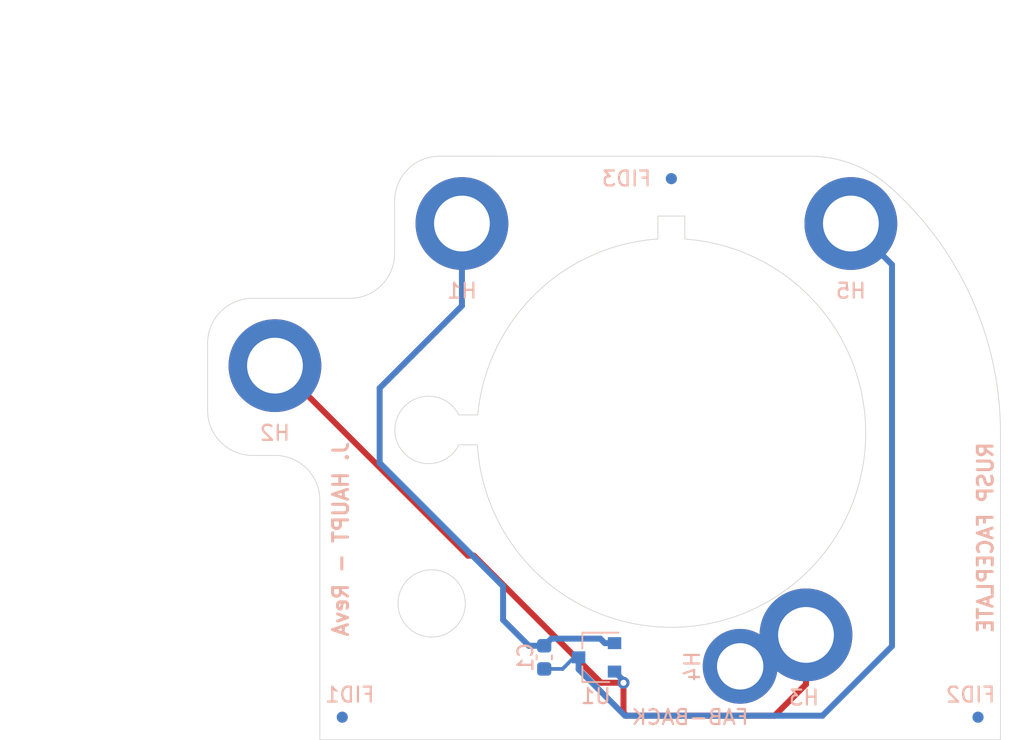
<source format=kicad_pcb>
(kicad_pcb (version 20211014) (generator pcbnew)
  (layers (0 "F.Cu" signal) (31 "B.Cu" signal) (34 "B.Paste" user) (35 "F.Paste" user) (36 "B.SilkS" user "B.Silkscreen") (37 "F.SilkS" user "F.Silkscreen") (38 "B.Mask" user) (39 "F.Mask" user) (44 "Edge.Cuts" user))
  (net 0 "")
  (net 1 "/Vdd")
  (net 2 "/GND")
  (net 3 "/HALL_OUT")
  (footprint "MyFootprints:SMTSO-M2-3ET" (layer "F.Cu") (at 118.292 81.18 180)
    (fp_text reference "H2" (at 0 -4.5) (layer "B.SilkS") (effects (justify mirror)))
    (fp_text value "M2 SMT Nut")
    (pad "1" thru_hole circle locked (at 0 0 180) (size 6.2 6.2) (drill 3.73) (layers *.Cu *.Mask "B.Paste") (net 3 "/HALL_OUT"))
  )
  (footprint "MyFootprints:SMTSO-M2-3ET" (layer "F.Cu") (at 130.792 71.68 180)
    (fp_text reference "H1" (at 0 -4.5) (layer "B.SilkS") (effects (justify mirror)))
    (fp_text value "M2 SMT Nut")
    (pad "1" thru_hole circle locked (at 0 0 180) (size 6.2 6.2) (drill 3.73) (layers *.Cu *.Mask "B.Paste") (net 1 "/Vdd"))
  )
  (footprint "MyFootprints:SMTSO-M2-3ET" (layer "F.Cu") (at 153.792 99.18 180)
    (fp_text reference "H3" (at 0.132 -4.198) (layer "B.SilkS") (effects (justify mirror)))
    (fp_text value "M2 SMT Nut")
    (pad "1" thru_hole circle locked (at 0 0 180) (size 6.2 6.2) (drill 3.73) (layers *.Cu *.Mask "B.Paste") (net 3 "/HALL_OUT"))
  )
  (footprint "MyFootprints:SMTSO-M2-3ET" (layer "F.Cu") (at 156.792 71.68 180)
    (fp_text reference "H5" (at 0 -4.5) (layer "B.SilkS") (effects (justify mirror)))
    (fp_text value "M2 SMT Nut")
    (pad "1" thru_hole circle locked (at 0 0 180) (size 6.2 6.2) (drill 3.73) (layers *.Cu *.Mask "B.Paste") (net 2 "/GND"))
  )
  (footprint "MyFootprints:3mmMagnetHole" (layer "F.Cu") (at 149.392 101.28)
    (fp_text reference "H4" (at -3.2 0 -270) (layer "B.SilkS") (effects (justify mirror)))
    (fp_text value "3mm Magnet")
    (pad "1" thru_hole circle (at 0 0) (size 5 5) (drill 3.1) (layers *.Cu *.Mask "F.Paste"))
  )
  (footprint "Fiducial:Fiducial_0.75mm_Dia_1.5mm_Outer" (layer "B.Cu") (at 144.792 68.68)
    (fp_text reference "FID3" (at -3 0) (layer "B.SilkS") (effects (justify mirror)))
    (fp_text value "Fiducial")
    (pad "" smd circle locked (at 0 0) (size 0.75 0.75) (layers "B.Cu" "B.Mask") (clearance 0.375))
  )
  (footprint "Fiducial:Fiducial_0.75mm_Dia_1.5mm_Outer" (layer "B.Cu") (at 122.792 104.68)
    (fp_text reference "FID1" (at 0.5 -1.5) (layer "B.SilkS") (effects (justify mirror)))
    (fp_text value "Fiducial")
    (pad "" smd circle locked (at 0 0) (size 0.75 0.75) (layers "B.Cu" "B.Mask") (clearance 0.375))
  )
  (footprint "Fiducial:Fiducial_0.75mm_Dia_1.5mm_Outer" (layer "B.Cu") (at 165.292 104.68)
    (fp_text reference "FID2" (at -0.5 -1.5) (layer "B.SilkS") (effects (justify mirror)))
    (fp_text value "Fiducial")
    (pad "" smd circle locked (at 0 0) (size 0.75 0.75) (layers "B.Cu" "B.Mask") (clearance 0.375))
  )
  (footprint "Capacitor_SMD:C_0603_1608Metric" (layer "B.Cu") (at 136.292 100.68 -90)
    (fp_text reference "C1" (at 0 1.25 90) (layer "B.SilkS") (effects (justify mirror)))
    (fp_text value ".1uF")
    (fp_line (start -0.14058 -0.51) (end 0.14058 -0.51) (layer "B.SilkS") (width 0.12))
    (fp_line (start -0.14058 0.51) (end 0.14058 0.51) (layer "B.SilkS") (width 0.12))
    (pad "1" smd roundrect locked (at -0.775 0 270) (size 0.9 0.95) (layers "B.Cu" "B.Paste" "B.Mask") (net 1 "/Vdd"))
    (pad "2" smd roundrect locked (at 0.775 0 270) (size 0.9 0.95) (layers "B.Cu" "B.Paste" "B.Mask") (net 2 "/GND"))
  )
  (footprint "MyFootprints:SC-59" (layer "B.Cu") (at 139.792 100.68)
    (fp_text reference "U1" (at -0.05 2.6) (layer "B.SilkS") (effects (justify mirror)))
    (fp_text value "HallSwitch")
    (fp_line (start 0.85 1.65) (end -0.95 1.65) (layer "B.SilkS") (width 0.12))
    (fp_line (start -0.95 -1.65) (end -0.95 -0.6) (layer "B.SilkS") (width 0.12))
    (fp_line (start -0.95 1.65) (end -0.95 0.6) (layer "B.SilkS") (width 0.12))
    (fp_line (start 1.45 -1.65) (end -0.95 -1.65) (layer "B.SilkS") (width 0.12))
    (pad "1" smd rect (at 1.2 -0.95 180) (size 0.9 0.8) (layers "B.Cu" "B.Paste" "B.Mask") (net 1 "/Vdd"))
    (pad "2" smd rect (at -1.2 0 180) (size 0.9 0.8) (layers "B.Cu" "B.Paste" "B.Mask") (net 2 "/GND"))
    (pad "3" smd rect (at 1.2 0.95 180) (size 0.9 0.8) (layers "B.Cu" "B.Paste" "B.Mask") (net 3 "/HALL_OUT"))
  )
  (gr_line (start 131.848275 84.469652) (end 130.58 84.47) (layer "Edge.Cuts") (width 0.05))
  (gr_arc (start 145.691999 72.720001) (mid 153.939058 94.905124) (end 131.824821 86.469828) (layer "Edge.Cuts") (width 0.05))
  (gr_arc (start 130.586094 86.469688) (mid 126.309053 85.482869) (end 130.58 84.47) (layer "Edge.Cuts") (width 0.05))
  (gr_circle (center 128.768 97.074) (end 131.018 97.074) (layer "Edge.Cuts") (width 0.05) (fill none))
  (gr_line (start 143.892 71.18) (end 145.692 71.18) (layer "Edge.Cuts") (width 0.05))
  (gr_line (start 131.824821 86.469828) (end 130.586094 86.469688) (layer "Edge.Cuts") (width 0.05))
  (gr_arc (start 131.848275 84.469652) (mid 135.710224 76.378048) (end 143.892 72.711) (layer "Edge.Cuts") (width 0.05))
  (gr_line (start 143.892 72.711) (end 143.892 71.18) (layer "Edge.Cuts") (width 0.05))
  (gr_line (start 145.692 71.18) (end 145.691999 72.720001) (layer "Edge.Cuts") (width 0.05))
  (gr_arc (start 154.052 67.180995) (mid 156.879548 67.697417) (end 159.341999 69.180001) (layer "Edge.Cuts") (width 0.05))
  (gr_arc (start 118.292 87.18) (mid 120.41332 88.05868) (end 121.292 90.18) (layer "Edge.Cuts") (width 0.05))
  (gr_line (start 116.792 87.18) (end 118.292 87.18) (layer "Edge.Cuts") (width 0.05))
  (gr_arc (start 159.342714 69.17919) (mid 164.84338 76.62781) (end 166.792 85.68) (layer "Edge.Cuts") (width 0.05))
  (gr_line (start 166.792 106.18) (end 121.292 106.18) (layer "Edge.Cuts") (width 0.05))
  (gr_arc (start 126.292 70.18) (mid 127.17068 68.05868) (end 129.292 67.18) (layer "Edge.Cuts") (width 0.05))
  (gr_line (start 121.292 90.18) (end 121.292 106.18) (layer "Edge.Cuts") (width 0.05))
  (gr_line (start 113.792 79.68) (end 113.792 84.18) (layer "Edge.Cuts") (width 0.05))
  (gr_line (start 126.292 73.68) (end 126.292 70.18) (layer "Edge.Cuts") (width 0.05))
  (gr_line (start 116.792 76.68) (end 123.292 76.68) (layer "Edge.Cuts") (width 0.05))
  (gr_arc (start 113.792 79.68) (mid 114.67068 77.55868) (end 116.792 76.68) (layer "Edge.Cuts") (width 0.05))
  (gr_line (start 129.292 67.18) (end 154.052 67.180995) (layer "Edge.Cuts") (width 0.05))
  (gr_arc (start 116.792 87.18) (mid 114.67068 86.30132) (end 113.792 84.18) (layer "Edge.Cuts") (width 0.05))
  (gr_line (start 166.792 85.68) (end 166.792 106.18) (layer "Edge.Cuts") (width 0.05))
  (gr_arc (start 126.292 73.68) (mid 125.41332 75.80132) (end 123.292 76.68) (layer "Edge.Cuts") (width 0.05))
  (gr_text "J. HAUPT - RevA" (at 122.692 92.78 90) (layer "B.SilkS") (effects (font (size 1 1) (thickness 0.2)) (justify mirror)))
  (gr_text "RUSP FACEPLATE" (at 165.792 92.68 90) (layer "B.SilkS") (effects (font (size 1 1) (thickness 0.2)) (justify mirror)))
  (gr_text "FAB-BACK" (at 146.042 104.68) (layer "B.SilkS") (effects (font (size 1 1)) (justify mirror)))
  (segment (start 135.267 99.905) (end 133.542 98.18) (width 0.4) (layer "B.Cu") (net 1))
  (segment (start 133.542 98.18) (end 133.542 95.93) (width 0.4) (layer "B.Cu") (net 1))
  (segment (start 130.792 77.18) (end 130.792 71.68) (width 0.4) (layer "B.Cu") (net 1))
  (segment (start 125.292 87.68) (end 125.292 82.68) (width 0.4) (layer "B.Cu") (net 1))
  (segment (start 133.542 95.93) (end 125.292 87.68) (width 0.4) (layer "B.Cu") (net 1))
  (segment (start 140.042 99.43) (end 140.342 99.73) (width 0.4) (layer "B.Cu") (net 1))
  (segment (start 125.292 82.68) (end 130.792 77.18) (width 0.4) (layer "B.Cu") (net 1))
  (segment (start 136.767 99.43) (end 140.042 99.43) (width 0.4) (layer "B.Cu") (net 1))
  (segment (start 136.292 99.905) (end 135.267 99.905) (width 0.4) (layer "B.Cu") (net 1))
  (segment (start 140.342 99.73) (end 140.992 99.73) (width 0.4) (layer "B.Cu") (net 1))
  (segment (start 136.292 99.905) (end 136.767 99.43) (width 0.4) (layer "B.Cu") (net 1))
  (segment (start 154.892 104.58) (end 141.692 104.58) (width 0.4) (layer "B.Cu") (net 2))
  (segment (start 141.692 104.58) (end 138.592 101.48) (width 0.4) (layer "B.Cu") (net 2))
  (segment (start 159.542 99.93) (end 154.892 104.58) (width 0.4) (layer "B.Cu") (net 2))
  (segment (start 137.517 101.455) (end 138.292 100.68) (width 0.25) (layer "B.Cu") (net 2))
  (segment (start 156.792 71.68) (end 159.542 74.43) (width 0.4) (layer "B.Cu") (net 2))
  (segment (start 136.292 101.455) (end 137.517 101.455) (width 0.25) (layer "B.Cu") (net 2))
  (segment (start 138.592 101.48) (end 138.592 100.68) (width 0.4) (layer "B.Cu") (net 2))
  (segment (start 138.292 100.68) (end 138.592 100.68) (width 0.25) (layer "B.Cu") (net 2))
  (segment (start 159.542 74.43) (end 159.542 99.93) (width 0.4) (layer "B.Cu") (net 2))
  (segment (start 141.792 104.58) (end 151.692 104.58) (width 0.4) (layer "F.Cu") (net 3))
  (segment (start 141.592 102.38) (end 140.092 102.38) (width 0.4) (layer "F.Cu") (net 3))
  (segment (start 131.592 93.88) (end 131.192 93.88) (width 0.4) (layer "F.Cu") (net 3))
  (segment (start 141.592 104.38) (end 141.792 104.58) (width 0.4) (layer "F.Cu") (net 3))
  (segment (start 151.692 104.58) (end 153.792 102.48) (width 0.4) (layer "F.Cu") (net 3))
  (segment (start 131.192 93.88) (end 118.492 81.18) (width 0.4) (layer "F.Cu") (net 3))
  (segment (start 153.792 102.48) (end 153.792 99.18) (width 0.4) (layer "F.Cu") (net 3))
  (segment (start 118.492 81.18) (end 118.292 81.18) (width 0.4) (layer "F.Cu") (net 3))
  (segment (start 140.092 102.38) (end 131.592 93.88) (width 0.4) (layer "F.Cu") (net 3))
  (segment (start 141.592 102.38) (end 141.592 104.38) (width 0.4) (layer "F.Cu") (net 3))
  (via (at 141.592 102.38) (size 0.8) (drill 0.4) (layers "F.Cu" "B.Cu") (net 3))
  (segment (start 140.992 101.63) (end 141.592 102.23) (width 0.4) (layer "B.Cu") (net 3))
  (segment (start 141.592 102.23) (end 141.592 102.38) (width 0.4) (layer "B.Cu") (net 3))
)
</source>
